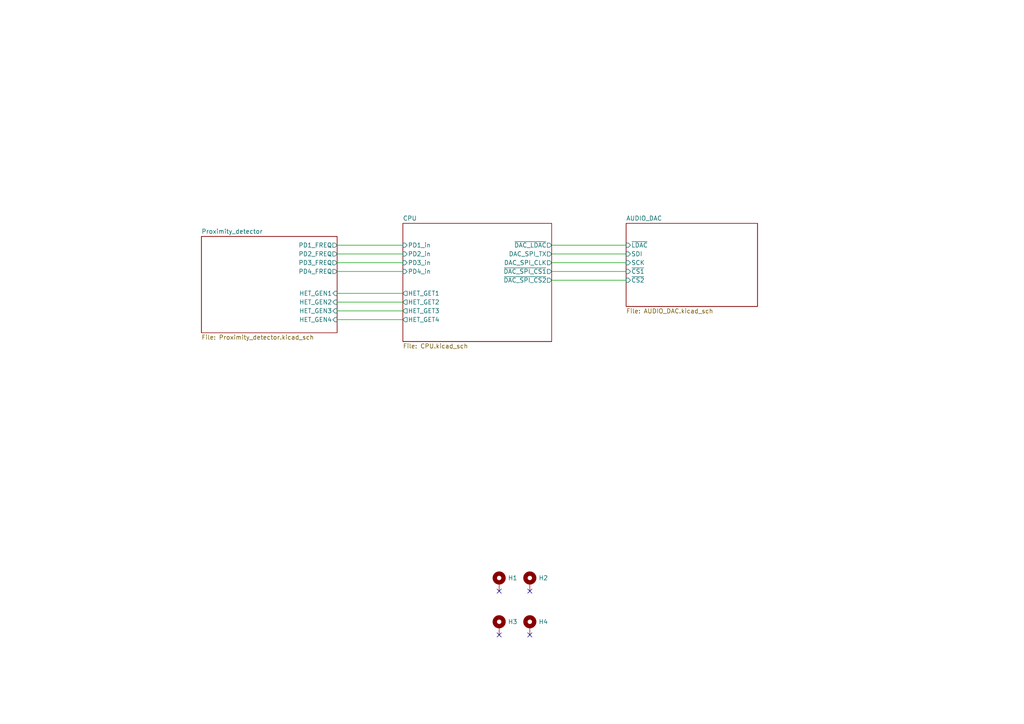
<source format=kicad_sch>
(kicad_sch (version 20231120) (generator "eeschema") (generator_version "8.0")
  (paper "A4")
  (title_block (title "PoliTheremin MainBorad") (date "2024-03-01") (company "Miłosz Derżko"))
  (lib_symbols
    (symbol "Mechanical:MountingHole_Pad" (pin_numbers hide) (pin_names (offset 1.016) hide)
      (property "Reference" "H" (at 0 6.35 0))
      (property "Value" "MountingHole_Pad" (at 0 4.445 0))
      (symbol "MountingHole_Pad_0_1"
        (circle (center 0 1.27) (radius 1.27) (stroke (width 1.27)))
      )
      (symbol "MountingHole_Pad_1_1"
        (pin input line (at 0 -2.54 90) (length 2.54) (name "1") (number "1"))
      )
    )
  )
  (no_connect (at 144.78 171.45))
  (no_connect (at 153.67 184.15))
  (no_connect (at 153.67 171.45))
  (no_connect (at 144.78 184.15))
  (wire (pts (xy 97.79 71.12) (xy 116.84 71.12)))
  (wire (pts (xy 97.79 87.63) (xy 116.84 87.63)))
  (wire (pts (xy 97.79 92.71) (xy 116.84 92.71)))
  (wire (pts (xy 160.02 78.74) (xy 181.61 78.74)))
  (wire (pts (xy 160.02 76.2) (xy 181.61 76.2)))
  (wire (pts (xy 97.79 90.17) (xy 116.84 90.17)))
  (wire (pts (xy 160.02 73.66) (xy 181.61 73.66)))
  (wire (pts (xy 116.84 85.09) (xy 97.79 85.09)))
  (wire (pts (xy 160.02 71.12) (xy 181.61 71.12)))
  (wire (pts (xy 97.79 78.74) (xy 116.84 78.74)))
  (wire (pts (xy 97.79 76.2) (xy 116.84 76.2)))
  (wire (pts (xy 160.02 81.28) (xy 181.61 81.28)))
  (wire (pts (xy 97.79 73.66) (xy 116.84 73.66)))
  (symbol (lib_id "Mechanical:MountingHole_Pad") (at 153.67 168.91 0) (unit 1)
    (property "Reference" "H2" (at 156.21 167.64 0) (effects (justify left)))
    (property "Value" "MountingHole_Pad" (effects (hide yes)))
    (property "Footprint" "MountingHole:MountingHole_3.2mm_M3_Pad_Via" (effects (hide yes)))
    (property "shop_url" "-" (effects (hide yes)))
  )
  (symbol (lib_id "Mechanical:MountingHole_Pad") (at 144.78 181.61 0) (unit 1)
    (property "Reference" "H3" (at 147.32 180.34 0) (effects (justify left)))
    (property "Value" "MountingHole_Pad" (effects (hide yes)))
    (property "Footprint" "MountingHole:MountingHole_3.2mm_M3_Pad_Via" (effects (hide yes)))
    (property "shop_url" "-" (effects (hide yes)))
  )
  (symbol (lib_id "Mechanical:MountingHole_Pad") (at 153.67 181.61 0) (unit 1)
    (property "Reference" "H4" (at 156.21 180.34 0) (effects (justify left)))
    (property "Value" "MountingHole_Pad" (effects (hide yes)))
    (property "Footprint" "MountingHole:MountingHole_3.2mm_M3_Pad_Via" (effects (hide yes)))
    (property "shop_url" "-" (effects (hide yes)))
  )
  (symbol (lib_id "Mechanical:MountingHole_Pad") (at 144.78 168.91 0) (unit 1)
    (property "Reference" "H1" (at 147.32 167.64 0) (effects (justify left)))
    (property "Value" "MountingHole_Pad" (effects (hide yes)))
    (property "Footprint" "MountingHole:MountingHole_3.2mm_M3_Pad_Via" (effects (hide yes)))
    (property "shop_url" "-" (effects (hide yes)))
  )
  (sheet (at 58.42 68.58) (size 39.37 27.94) (stroke (width 0.1524))
    (property "Sheetname" "Proximity_detector" (at 58.42 67.8684 0) (effects (justify left bottom)))
    (property "Sheetfile" "Proximity_detector.kicad_sch" (at 58.42 97.1046 0) (effects (justify left top)))
    (pin "PD1_FREQ" output (at 97.79 71.12 0))
    (pin "PD2_FREQ" output (at 97.79 73.66 0))
    (pin "PD3_FREQ" output (at 97.79 76.2 0))
    (pin "PD4_FREQ" output (at 97.79 78.74 0))
    (pin "HET_GEN3" input (at 97.79 90.17 0))
    (pin "HET_GEN4" input (at 97.79 92.71 0))
    (pin "HET_GEN1" input (at 97.79 85.09 0))
    (pin "HET_GEN2" input (at 97.79 87.63 0))
  )
  (sheet (at 181.61 64.77) (size 38.1 24.13) (stroke (width 0.1524))
    (property "Sheetname" "AUDIO_DAC" (at 181.61 64.0584 0) (effects (justify left bottom)))
    (property "Sheetfile" "AUDIO_DAC.kicad_sch" (at 181.61 89.4846 0) (effects (justify left top)))
    (pin "~{LDAC}" input (at 181.61 71.12 180))
    (pin "SDI" input (at 181.61 73.66 180))
    (pin "SCK" input (at 181.61 76.2 180))
    (pin "~{CS1}" input (at 181.61 78.74 180))
    (pin "~{CS2}" input (at 181.61 81.28 180))
  )
  (sheet (at 116.84 64.77) (size 43.18 34.29) (stroke (width 0.1524))
    (property "Sheetname" "CPU" (at 116.84 64.0584 0) (effects (justify left bottom)))
    (property "Sheetfile" "CPU.kicad_sch" (at 116.84 99.6446 0) (effects (justify left top)))
    (pin "PD4_in" input (at 116.84 78.74 180))
    (pin "PD3_in" input (at 116.84 76.2 180))
    (pin "PD1_in" input (at 116.84 71.12 180))
    (pin "PD2_in" input (at 116.84 73.66 180))
    (pin "~{DAC_SPI_CS2}" output (at 160.02 81.28 0))
    (pin "~{DAC_SPI_CS1}" output (at 160.02 78.74 0))
    (pin "DAC_SPI_CLK" output (at 160.02 76.2 0))
    (pin "~{DAC_LDAC}" output (at 160.02 71.12 0))
    (pin "DAC_SPI_TX" output (at 160.02 73.66 0))
    (pin "HET_GET2" output (at 116.84 87.63 180))
    (pin "HET_GET4" output (at 116.84 92.71 180))
    (pin "HET_GET1" output (at 116.84 85.09 180))
    (pin "HET_GET3" output (at 116.84 90.17 180))
  )
)
</source>
